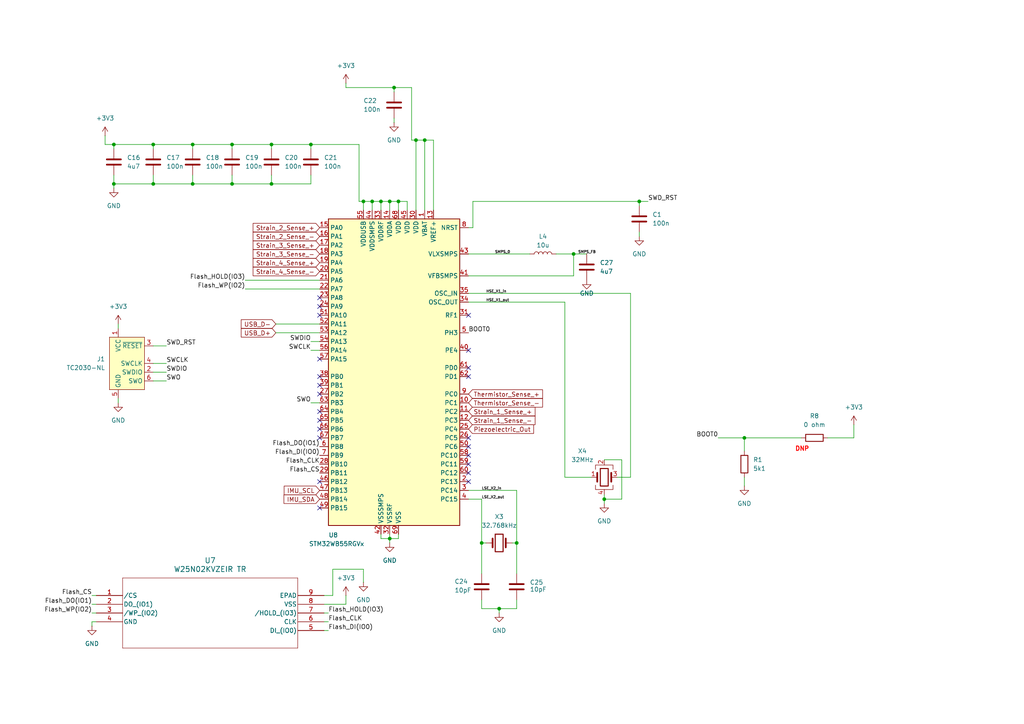
<source format=kicad_sch>
(kicad_sch (version 20231120) (generator "eeschema") (generator_version "8.0")
  (paper "A4")
  (lib_symbols
    (symbol "Connector:Conn_ARM_SWD_TagConnect_TC2030-NL" (in_bom no)
      (property "Reference" "J" (at 2.54 11.43 0))
      (property "Value" "Conn_ARM_SWD_TagConnect_TC2030-NL" (at 2.54 8.89 0))
      (symbol "Conn_ARM_SWD_TagConnect_TC2030-NL_0_0"
        (pin power_in line (at -2.54 10.16 270) (length 2.54) (name "VCC") (number "1"))
        (pin bidirectional line (at 7.62 -2.54 180) (length 2.54) (name "SWDIO") (number "2"))
        (pin open_collector line (at 7.62 5.08 180) (length 2.54) (name "~{RESET}") (number "3"))
        (pin output line (at 7.62 0 180) (length 2.54) (name "SWCLK") (number "4"))
        (pin power_in line (at -2.54 -10.16 90) (length 2.54) (name "GND") (number "5"))
        (pin input line (at 7.62 -5.08 180) (length 2.54) (name "SWO") (number "6"))
      )
      (symbol "Conn_ARM_SWD_TagConnect_TC2030-NL_0_1"
        (rectangle (start -5.08 7.62) (end 5.08 -7.62) (fill (type background)))
      )
    )
    (symbol "Device:C" (pin_numbers hide) (pin_names (offset 0.254))
      (property "Reference" "C" (at 0.635 2.54 0))
      (property "Value" "C" (at 0.635 -2.54 0))
      (symbol "C_0_1"
        (polyline (pts (xy -2.032 -0.762) (xy 2.032 -0.762)) (stroke (width 0.508)))
        (polyline (pts (xy -2.032 0.762) (xy 2.032 0.762)) (stroke (width 0.508)))
      )
      (symbol "C_1_1"
        (pin passive line (at 0 3.81 270) (length 2.794) (name "~") (number "1"))
        (pin passive line (at 0 -3.81 90) (length 2.794) (name "~") (number "2"))
      )
    )
    (symbol "Device:Crystal" (pin_numbers hide) (pin_names (offset 1.016) hide)
      (property "Reference" "Y" (at 0 3.81 0))
      (property "Value" "Crystal" (at 0 -3.81 0))
      (symbol "Crystal_0_1"
        (rectangle (start -1.143 2.54) (end 1.143 -2.54) (stroke (width 0.3048)))
        (polyline (pts (xy -2.54 0) (xy -1.905 0)))
        (polyline (pts (xy -1.905 -1.27) (xy -1.905 1.27)) (stroke (width 0.508)))
        (polyline (pts (xy 1.905 -1.27) (xy 1.905 1.27)) (stroke (width 0.508)))
        (polyline (pts (xy 2.54 0) (xy 1.905 0)))
      )
      (symbol "Crystal_1_1"
        (pin passive line (at -3.81 0 0) (length 1.27) (name "1") (number "1"))
        (pin passive line (at 3.81 0 180) (length 1.27) (name "2") (number "2"))
      )
    )
    (symbol "Device:Crystal_GND24" (pin_names (offset 1.016) hide)
      (property "Reference" "Y" (at 3.175 5.08 0))
      (property "Value" "Crystal_GND24" (at 3.175 3.175 0))
      (symbol "Crystal_GND24_0_1"
        (rectangle (start -1.143 2.54) (end 1.143 -2.54) (stroke (width 0.3048)))
        (polyline (pts (xy -2.54 0) (xy -2.032 0)))
        (polyline (pts (xy -2.032 -1.27) (xy -2.032 1.27)) (stroke (width 0.508)))
        (polyline (pts (xy 0 -3.81) (xy 0 -3.556)))
        (polyline (pts (xy 0 3.556) (xy 0 3.81)))
        (polyline (pts (xy 2.032 -1.27) (xy 2.032 1.27)) (stroke (width 0.508)))
        (polyline (pts (xy 2.032 0) (xy 2.54 0)))
        (polyline (pts (xy -2.54 -2.286) (xy -2.54 -3.556) (xy 2.54 -3.556) (xy 2.54 -2.286)))
        (polyline (pts (xy -2.54 2.286) (xy -2.54 3.556) (xy 2.54 3.556) (xy 2.54 2.286)))
      )
      (symbol "Crystal_GND24_1_1"
        (pin passive line (at -3.81 0 0) (length 1.27) (name "1") (number "1"))
        (pin passive line (at 0 5.08 270) (length 1.27) (name "2") (number "2"))
        (pin passive line (at 3.81 0 180) (length 1.27) (name "3") (number "3"))
        (pin passive line (at 0 -5.08 90) (length 1.27) (name "4") (number "4"))
      )
    )
    (symbol "Device:L" (pin_numbers hide) (pin_names (offset 1.016) hide)
      (property "Reference" "L" (at -1.27 0 90))
      (property "Value" "L" (at 1.905 0 90))
      (symbol "L_0_1"
        (arc (start 0 -2.54) (mid 0.6323 -1.905) (end 0 -1.27))
        (arc (start 0 -1.27) (mid 0.6323 -0.635) (end 0 0))
        (arc (start 0 0) (mid 0.6323 0.635) (end 0 1.27))
        (arc (start 0 1.27) (mid 0.6323 1.905) (end 0 2.54))
      )
      (symbol "L_1_1"
        (pin passive line (at 0 3.81 270) (length 1.27) (name "1") (number "1"))
        (pin passive line (at 0 -3.81 90) (length 1.27) (name "2") (number "2"))
      )
    )
    (symbol "Device:R" (pin_numbers hide) (pin_names (offset 0))
      (property "Reference" "R" (at 2.032 0 90))
      (property "Value" "R" (at 0 0 90))
      (symbol "R_0_1"
        (rectangle (start -1.016 -2.54) (end 1.016 2.54) (stroke (width 0.254)))
      )
      (symbol "R_1_1"
        (pin passive line (at 0 3.81 270) (length 1.27) (name "~") (number "1"))
        (pin passive line (at 0 -3.81 90) (length 1.27) (name "~") (number "2"))
      )
    )
    (symbol "MCU_ST_STM32WB:STM32WB55RGVx"
      (property "Reference" "U8" (at 7.2741 -45.72 0))
      (property "Value" "STM32WB55RGVx" (at 7.2741 -48.26 0))
      (symbol "STM32WB55RGVx_0_1"
        (rectangle (start -17.78 -43.18) (end 20.32 45.72) (stroke (width 0.254)) (fill (type background)))
      )
      (symbol "STM32WB55RGVx_1_1"
        (pin power_in line (at -7.62 48.26 270) (length 2.54) (name "VBAT") (number "1"))
        (pin bidirectional line (at -20.32 -7.62 0) (length 2.54) (name "PC1") (number "10"))
        (pin bidirectional line (at -20.32 -10.16 0) (length 2.54) (name "PC2") (number "11"))
        (pin bidirectional line (at -20.32 -12.7 0) (length 2.54) (name "PC3") (number "12"))
        (pin input line (at -10.16 48.26 270) (length 2.54) (name "VREF+") (number "13"))
        (pin power_in line (at 2.54 48.26 270) (length 2.54) (name "VDDA") (number "14"))
        (pin bidirectional line (at 22.86 43.18 180) (length 2.54) (name "PA0") (number "15"))
        (pin bidirectional line (at 22.86 40.64 180) (length 2.54) (name "PA1") (number "16"))
        (pin bidirectional line (at 22.86 38.1 180) (length 2.54) (name "PA2") (number "17"))
        (pin bidirectional line (at 22.86 35.56 180) (length 2.54) (name "PA3") (number "18"))
        (pin bidirectional line (at 22.86 33.02 180) (length 2.54) (name "PA4") (number "19"))
        (pin bidirectional line (at -20.32 -30.48 0) (length 2.54) (name "PC13") (number "2"))
        (pin bidirectional line (at 22.86 30.48 180) (length 2.54) (name "PA5") (number "20"))
        (pin bidirectional line (at 22.86 27.94 180) (length 2.54) (name "PA6") (number "21"))
        (pin bidirectional line (at 22.86 25.4 180) (length 2.54) (name "PA7") (number "22"))
        (pin bidirectional line (at 22.86 22.86 180) (length 2.54) (name "PA8") (number "23"))
        (pin bidirectional line (at 22.86 20.32 180) (length 2.54) (name "PA9") (number "24"))
        (pin bidirectional line (at -20.32 -15.24 0) (length 2.54) (name "PC4") (number "25"))
        (pin bidirectional line (at -20.32 -17.78 0) (length 2.54) (name "PC5") (number "26"))
        (pin bidirectional line (at 22.86 -5.08 180) (length 2.54) (name "PB2") (number "27"))
        (pin bidirectional line (at 22.86 -25.4 180) (length 2.54) (name "PB10") (number "28"))
        (pin bidirectional line (at 22.86 -27.94 180) (length 2.54) (name "PB11") (number "29"))
        (pin bidirectional line (at -20.32 -33.02 0) (length 2.54) (name "PC14") (number "3"))
        (pin power_in line (at -5.08 48.26 270) (length 2.54) (name "VDD") (number "30"))
        (pin bidirectional line (at -20.32 17.78 0) (length 2.54) (name "RF1") (number "31"))
        (pin power_in line (at 2.54 -45.72 90) (length 2.54) (name "VSSRF") (number "32"))
        (pin power_in line (at 5.08 48.26 270) (length 2.54) (name "VDDRF") (number "33"))
        (pin input line (at -20.32 21.59 0) (length 2.54) (name "OSC_OUT") (number "34"))
        (pin input line (at -20.32 24.13 0) (length 2.54) (name "OSC_IN") (number "35"))
        (pin no_connect line (at -17.78 -43.18 0) (length 2.54) hide (name "AT0") (number "36"))
        (pin no_connect line (at -17.78 -40.64 0) (length 2.54) hide (name "AT1") (number "37"))
        (pin bidirectional line (at 22.86 0 180) (length 2.54) (name "PB0") (number "38"))
        (pin bidirectional line (at 22.86 -2.54 180) (length 2.54) (name "PB1") (number "39"))
        (pin bidirectional line (at -20.32 -35.56 0) (length 2.54) (name "PC15") (number "4"))
        (pin bidirectional line (at -20.32 7.62 0) (length 2.54) (name "PE4") (number "40"))
        (pin input line (at -20.32 29.21 0) (length 2.54) (name "VFBSMPS") (number "41"))
        (pin power_in line (at 5.08 -45.72 90) (length 2.54) (name "VSSSMPS") (number "42"))
        (pin power_in line (at -20.32 35.56 0) (length 2.54) (name "VLXSMPS") (number "43"))
        (pin power_in line (at 7.62 48.26 270) (length 2.54) (name "VDDSMPS") (number "44"))
        (pin power_in line (at -2.54 48.26 270) (length 2.54) (name "VDD") (number "45"))
        (pin bidirectional line (at 22.86 -30.48 180) (length 2.54) (name "PB12") (number "46"))
        (pin bidirectional line (at 22.86 -33.02 180) (length 2.54) (name "PB13") (number "47"))
        (pin bidirectional line (at 22.86 -35.56 180) (length 2.54) (name "PB14") (number "48"))
        (pin bidirectional line (at 22.86 -38.1 180) (length 2.54) (name "PB15") (number "49"))
        (pin bidirectional line (at -20.32 12.7 0) (length 2.54) (name "PH3") (number "5"))
        (pin bidirectional line (at -20.32 -20.32 0) (length 2.54) (name "PC6") (number "50"))
        (pin bidirectional line (at 22.86 17.78 180) (length 2.54) (name "PA10") (number "51"))
        (pin bidirectional line (at 22.86 15.24 180) (length 2.54) (name "PA11") (number "52"))
        (pin bidirectional line (at 22.86 12.7 180) (length 2.54) (name "PA12") (number "53"))
        (pin bidirectional line (at 22.86 10.16 180) (length 2.54) (name "PA13") (number "54"))
        (pin power_in line (at 10.16 48.26 270) (length 2.54) (name "VDDUSB") (number "55"))
        (pin bidirectional line (at 22.86 7.62 180) (length 2.54) (name "PA14") (number "56"))
        (pin bidirectional line (at 22.86 5.08 180) (length 2.54) (name "PA15") (number "57"))
        (pin bidirectional line (at -20.32 -22.86 0) (length 2.54) (name "PC10") (number "58"))
        (pin bidirectional line (at -20.32 -25.4 0) (length 2.54) (name "PC11") (number "59"))
        (pin bidirectional line (at 22.86 -20.32 180) (length 2.54) (name "PB8") (number "6"))
        (pin bidirectional line (at -20.32 -27.94 0) (length 2.54) (name "PC12") (number "60"))
        (pin bidirectional line (at -20.32 2.54 0) (length 2.54) (name "PD0") (number "61"))
        (pin bidirectional line (at -20.32 0 0) (length 2.54) (name "PD1") (number "62"))
        (pin bidirectional line (at 22.86 -7.62 180) (length 2.54) (name "PB3") (number "63"))
        (pin bidirectional line (at 22.86 -10.16 180) (length 2.54) (name "PB4") (number "64"))
        (pin bidirectional line (at 22.86 -12.7 180) (length 2.54) (name "PB5") (number "65"))
        (pin bidirectional line (at 22.86 -15.24 180) (length 2.54) (name "PB6") (number "66"))
        (pin bidirectional line (at 22.86 -17.78 180) (length 2.54) (name "PB7") (number "67"))
        (pin power_in line (at 0 48.26 270) (length 2.54) (name "VDD") (number "68"))
        (pin power_in line (at 0 -45.72 90) (length 2.54) (name "VSS") (number "69"))
        (pin bidirectional line (at 22.86 -22.86 180) (length 2.54) (name "PB9") (number "7"))
        (pin input line (at -20.32 43.18 0) (length 2.54) (name "NRST") (number "8"))
        (pin bidirectional line (at -20.32 -5.08 0) (length 2.54) (name "PC0") (number "9"))
      )
    )
    (symbol "W25N02KVZEIR TR:W25N02KVZEIR" (pin_names (offset 0.254))
      (property "Reference" "U" (at 33.02 10.16 0))
      (property "Value" "W25N02KVZEIR" (at 33.02 7.62 0))
      (symbol "W25N02KVZEIR_0_1"
        (polyline (pts (xy 7.62 -15.24) (xy 58.42 -15.24)) (stroke (width 0.127)))
        (polyline (pts (xy 7.62 5.08) (xy 7.62 -15.24)) (stroke (width 0.127)))
        (polyline (pts (xy 58.42 -15.24) (xy 58.42 5.08)) (stroke (width 0.127)))
        (polyline (pts (xy 58.42 5.08) (xy 7.62 5.08)) (stroke (width 0.127)))
        (pin input line (at 0 0 0) (length 7.62) (name "/CS") (number "1"))
        (pin bidirectional line (at 0 -2.54 0) (length 7.62) (name "DO_(IO1)") (number "2"))
        (pin bidirectional line (at 0 -5.08 0) (length 7.62) (name "/WP_(IO2)") (number "3"))
        (pin power_out line (at 0 -7.62 0) (length 7.62) (name "GND") (number "4"))
        (pin bidirectional line (at 66.04 -10.16 180) (length 7.62) (name "DI_(IO0)") (number "5"))
        (pin input line (at 66.04 -7.62 180) (length 7.62) (name "CLK") (number "6"))
        (pin bidirectional line (at 66.04 -5.08 180) (length 7.62) (name "/HOLD_(IO3)") (number "7"))
        (pin power_in line (at 66.04 -2.54 180) (length 7.62) (name "VSS") (number "8"))
        (pin power_out line (at 66.04 0 180) (length 7.62) (name "EPAD") (number "9"))
      )
    )
    (symbol "power:+3V3" (power) (pin_numbers hide) (pin_names (offset 0) hide)
      (property "Value" "+3V3" (at 0 3.556 0))
      (symbol "+3V3_0_1"
        (polyline (pts (xy -0.762 1.27) (xy 0 2.54)))
        (polyline (pts (xy 0 0) (xy 0 2.54)))
        (polyline (pts (xy 0 2.54) (xy 0.762 1.27)))
      )
      (symbol "+3V3_1_1"
        (pin power_in line (at 0 0 90) (length 0) (name "~") (number "1"))
      )
    )
    (symbol "power:GND" (power) (pin_numbers hide) (pin_names (offset 0) hide)
      (property "Value" "GND" (at 0 -3.81 0))
      (symbol "GND_0_1"
        (polyline (pts (xy 0 0) (xy 0 -1.27) (xy 1.27 -1.27) (xy 0 -2.54) (xy -1.27 -1.27) (xy 0 -1.27)))
      )
      (symbol "GND_1_1"
        (pin power_in line (at 0 0 270) (length 0) (name "~") (number "1"))
      )
    )
  )
  (junction (at 149.86 157.48))
  (junction (at 67.31 41.91))
  (junction (at 175.26 144.78))
  (junction (at 110.49 58.42))
  (junction (at 55.88 53.34))
  (junction (at 115.57 58.42))
  (junction (at 78.74 53.34))
  (junction (at 44.45 53.34))
  (junction (at 44.45 41.91))
  (junction (at 33.02 41.91))
  (junction (at 139.7 157.48))
  (junction (at 113.03 58.42))
  (junction (at 33.02 53.34))
  (junction (at 120.65 40.64))
  (junction (at 78.74 41.91))
  (junction (at 185.42 58.42))
  (junction (at 166.37 73.66))
  (junction (at 107.95 58.42))
  (junction (at 123.19 40.64))
  (junction (at 215.9 127))
  (junction (at 144.78 176.53))
  (junction (at 67.31 53.34))
  (junction (at 113.03 156.21))
  (junction (at 90.17 41.91))
  (junction (at 105.41 58.42))
  (junction (at 55.88 41.91))
  (junction (at 114.3 25.4))
  (no_connect (at 92.71 121.92))
  (no_connect (at 135.89 132.08))
  (no_connect (at 135.89 91.44))
  (no_connect (at 135.89 109.22))
  (no_connect (at 135.89 139.7))
  (no_connect (at 92.71 86.36))
  (no_connect (at 92.71 127))
  (no_connect (at 92.71 88.9))
  (no_connect (at 92.71 91.44))
  (no_connect (at 135.89 134.62))
  (no_connect (at 135.89 129.54))
  (no_connect (at 92.71 124.46))
  (no_connect (at 92.71 139.7))
  (no_connect (at 92.71 119.38))
  (no_connect (at 135.89 101.6))
  (no_connect (at 92.71 111.76))
  (no_connect (at 92.71 109.22))
  (no_connect (at 135.89 137.16))
  (no_connect (at 92.71 147.32))
  (no_connect (at 135.89 106.68))
  (no_connect (at 135.89 127))
  (no_connect (at 92.71 104.14))
  (no_connect (at 92.71 114.3))
  (wire (pts (xy 113.03 58.42) (xy 113.03 60.96)))
  (wire (pts (xy 113.03 156.21) (xy 113.03 157.48)))
  (wire (pts (xy 139.7 176.53) (xy 144.78 176.53)))
  (wire (pts (xy 48.26 100.33) (xy 44.45 100.33)))
  (wire (pts (xy 175.26 146.05) (xy 175.26 144.78)))
  (wire (pts (xy 80.01 93.98) (xy 92.71 93.98)))
  (wire (pts (xy 26.67 180.34) (xy 27.94 180.34)))
  (wire (pts (xy 105.41 58.42) (xy 107.95 58.42)))
  (wire (pts (xy 26.67 175.26) (xy 27.94 175.26)))
  (wire (pts (xy 96.52 172.72) (xy 93.98 172.72)))
  (wire (pts (xy 90.17 50.8) (xy 90.17 53.34)))
  (wire (pts (xy 215.9 127) (xy 232.41 127)))
  (wire (pts (xy 123.19 60.96) (xy 123.19 40.64)))
  (wire (pts (xy 137.16 66.04) (xy 135.89 66.04)))
  (wire (pts (xy 90.17 41.91) (xy 78.74 41.91)))
  (wire (pts (xy 149.86 142.24) (xy 149.86 157.48)))
  (wire (pts (xy 107.95 58.42) (xy 110.49 58.42)))
  (wire (pts (xy 125.73 60.96) (xy 125.73 40.64)))
  (wire (pts (xy 215.9 127) (xy 215.9 130.81)))
  (wire (pts (xy 96.52 165.1) (xy 96.52 172.72)))
  (wire (pts (xy 135.89 85.09) (xy 182.88 85.09)))
  (wire (pts (xy 104.14 41.91) (xy 104.14 58.42)))
  (wire (pts (xy 120.65 40.64) (xy 123.19 40.64)))
  (wire (pts (xy 71.12 83.82) (xy 92.71 83.82)))
  (wire (pts (xy 139.7 173.99) (xy 139.7 176.53)))
  (wire (pts (xy 185.42 58.42) (xy 185.42 59.69)))
  (wire (pts (xy 100.33 175.26) (xy 93.98 175.26)))
  (wire (pts (xy 110.49 58.42) (xy 113.03 58.42)))
  (wire (pts (xy 44.45 53.34) (xy 33.02 53.34)))
  (wire (pts (xy 163.83 138.43) (xy 171.45 138.43)))
  (wire (pts (xy 119.38 40.64) (xy 119.38 25.4)))
  (wire (pts (xy 139.7 166.37) (xy 139.7 157.48)))
  (wire (pts (xy 33.02 41.91) (xy 33.02 43.18)))
  (wire (pts (xy 110.49 154.94) (xy 110.49 156.21)))
  (wire (pts (xy 105.41 58.42) (xy 105.41 60.96)))
  (wire (pts (xy 55.88 53.34) (xy 44.45 53.34)))
  (wire (pts (xy 149.86 157.48) (xy 148.59 157.48)))
  (wire (pts (xy 137.16 58.42) (xy 185.42 58.42)))
  (wire (pts (xy 100.33 172.72) (xy 100.33 175.26)))
  (wire (pts (xy 100.33 25.4) (xy 114.3 25.4)))
  (wire (pts (xy 90.17 41.91) (xy 104.14 41.91)))
  (wire (pts (xy 149.86 176.53) (xy 144.78 176.53)))
  (wire (pts (xy 78.74 41.91) (xy 67.31 41.91)))
  (wire (pts (xy 135.89 142.24) (xy 149.86 142.24)))
  (wire (pts (xy 105.41 165.1) (xy 96.52 165.1)))
  (wire (pts (xy 95.25 180.34) (xy 93.98 180.34)))
  (wire (pts (xy 48.26 105.41) (xy 44.45 105.41)))
  (wire (pts (xy 67.31 41.91) (xy 55.88 41.91)))
  (wire (pts (xy 44.45 50.8) (xy 44.45 53.34)))
  (wire (pts (xy 182.88 85.09) (xy 182.88 138.43)))
  (wire (pts (xy 67.31 53.34) (xy 55.88 53.34)))
  (wire (pts (xy 119.38 25.4) (xy 114.3 25.4)))
  (wire (pts (xy 67.31 50.8) (xy 67.31 53.34)))
  (wire (pts (xy 33.02 53.34) (xy 33.02 50.8)))
  (wire (pts (xy 26.67 177.8) (xy 27.94 177.8)))
  (wire (pts (xy 44.45 41.91) (xy 44.45 43.18)))
  (wire (pts (xy 30.48 41.91) (xy 33.02 41.91)))
  (wire (pts (xy 55.88 50.8) (xy 55.88 53.34)))
  (wire (pts (xy 182.88 138.43) (xy 179.07 138.43)))
  (wire (pts (xy 115.57 156.21) (xy 113.03 156.21)))
  (wire (pts (xy 180.34 133.35) (xy 180.34 144.78)))
  (wire (pts (xy 240.03 127) (xy 247.65 127)))
  (wire (pts (xy 144.78 177.8) (xy 144.78 176.53)))
  (wire (pts (xy 26.67 181.61) (xy 26.67 180.34)))
  (wire (pts (xy 118.11 58.42) (xy 115.57 58.42)))
  (wire (pts (xy 149.86 166.37) (xy 149.86 157.48)))
  (wire (pts (xy 78.74 53.34) (xy 67.31 53.34)))
  (wire (pts (xy 90.17 116.84) (xy 92.71 116.84)))
  (wire (pts (xy 55.88 41.91) (xy 44.45 41.91)))
  (wire (pts (xy 125.73 40.64) (xy 123.19 40.64)))
  (wire (pts (xy 26.67 172.72) (xy 27.94 172.72)))
  (wire (pts (xy 110.49 58.42) (xy 110.49 60.96)))
  (wire (pts (xy 135.89 87.63) (xy 163.83 87.63)))
  (wire (pts (xy 247.65 123.19) (xy 247.65 127)))
  (wire (pts (xy 180.34 144.78) (xy 175.26 144.78)))
  (wire (pts (xy 71.12 81.28) (xy 92.71 81.28)))
  (wire (pts (xy 115.57 60.96) (xy 115.57 58.42)))
  (wire (pts (xy 107.95 58.42) (xy 107.95 60.96)))
  (wire (pts (xy 67.31 41.91) (xy 67.31 43.18)))
  (wire (pts (xy 208.28 127) (xy 215.9 127)))
  (wire (pts (xy 34.29 93.98) (xy 34.29 95.25)))
  (wire (pts (xy 120.65 60.96) (xy 120.65 40.64)))
  (wire (pts (xy 44.45 41.91) (xy 33.02 41.91)))
  (wire (pts (xy 78.74 50.8) (xy 78.74 53.34)))
  (wire (pts (xy 185.42 68.58) (xy 185.42 67.31)))
  (wire (pts (xy 55.88 41.91) (xy 55.88 43.18)))
  (wire (pts (xy 149.86 173.99) (xy 149.86 176.53)))
  (wire (pts (xy 166.37 80.01) (xy 166.37 73.66)))
  (wire (pts (xy 175.26 144.78) (xy 175.26 143.51)))
  (wire (pts (xy 113.03 154.94) (xy 113.03 156.21)))
  (wire (pts (xy 90.17 53.34) (xy 78.74 53.34)))
  (wire (pts (xy 137.16 66.04) (xy 137.16 58.42)))
  (wire (pts (xy 161.29 73.66) (xy 166.37 73.66)))
  (wire (pts (xy 33.02 54.61) (xy 33.02 53.34)))
  (wire (pts (xy 48.26 107.95) (xy 44.45 107.95)))
  (wire (pts (xy 139.7 144.78) (xy 139.7 157.48)))
  (wire (pts (xy 115.57 154.94) (xy 115.57 156.21)))
  (wire (pts (xy 105.41 168.91) (xy 105.41 165.1)))
  (wire (pts (xy 110.49 156.21) (xy 113.03 156.21)))
  (wire (pts (xy 95.25 177.8) (xy 93.98 177.8)))
  (wire (pts (xy 34.29 116.84) (xy 34.29 115.57)))
  (wire (pts (xy 166.37 73.66) (xy 170.18 73.66)))
  (wire (pts (xy 135.89 80.01) (xy 166.37 80.01)))
  (wire (pts (xy 95.25 182.88) (xy 93.98 182.88)))
  (wire (pts (xy 80.01 96.52) (xy 92.71 96.52)))
  (wire (pts (xy 175.26 133.35) (xy 180.34 133.35)))
  (wire (pts (xy 114.3 25.4) (xy 114.3 26.67)))
  (wire (pts (xy 163.83 87.63) (xy 163.83 138.43)))
  (wire (pts (xy 90.17 101.6) (xy 92.71 101.6)))
  (wire (pts (xy 140.97 157.48) (xy 139.7 157.48)))
  (wire (pts (xy 135.89 73.66) (xy 153.67 73.66)))
  (wire (pts (xy 30.48 39.37) (xy 30.48 41.91)))
  (wire (pts (xy 114.3 35.56) (xy 114.3 34.29)))
  (wire (pts (xy 120.65 40.64) (xy 119.38 40.64)))
  (wire (pts (xy 90.17 99.06) (xy 92.71 99.06)))
  (wire (pts (xy 48.26 110.49) (xy 44.45 110.49)))
  (wire (pts (xy 135.89 144.78) (xy 139.7 144.78)))
  (wire (pts (xy 118.11 60.96) (xy 118.11 58.42)))
  (wire (pts (xy 90.17 43.18) (xy 90.17 41.91)))
  (wire (pts (xy 215.9 140.97) (xy 215.9 138.43)))
  (wire (pts (xy 113.03 58.42) (xy 115.57 58.42)))
  (wire (pts (xy 185.42 58.42) (xy 187.96 58.42)))
  (wire (pts (xy 105.41 58.42) (xy 104.14 58.42)))
  (wire (pts (xy 100.33 24.13) (xy 100.33 25.4)))
  (wire (pts (xy 78.74 41.91) (xy 78.74 43.18)))
  (text "DNP" (at 232.664 130.302 0) (effects (font (size 1.27 1.27) (thickness 0.254) (bold yes))))
  (label "Flash_DO(IO1)" (at 92.71 129.54 180))
  (label "BOOT0" (at 208.28 127 180))
  (label "BOOT0" (at 135.89 96.52 0))
  (label "HSE_X1_out" (at 140.97 87.63 0) (effects (font (size 0.75 0.75))))
  (label "SWDIO" (at 90.17 99.06 180))
  (label "Flash_CLK" (at 92.71 134.62 180))
  (label "SWD_RST" (at 187.96 58.42 0))
  (label "Flash_DO(IO1)" (at 26.67 175.26 180))
  (label "Flash_CS" (at 92.71 137.16 180))
  (label "SWDIO" (at 48.26 107.95 0))
  (label "SMPS_0" (at 143.51 73.66 0) (effects (font (size 0.75 0.75))))
  (label "Flash_HOLD(IO3)" (at 71.12 81.28 180))
  (label "Flash_WP(IO2)" (at 71.12 83.82 180))
  (label "Flash_HOLD(IO3)" (at 95.25 177.8 0))
  (label "SWD_RST" (at 48.26 100.33 0))
  (label "SWCLK" (at 90.17 101.6 180))
  (label "Flash_CS" (at 26.67 172.72 180))
  (label "LSE_X2_out" (at 139.7 144.78 0) (effects (font (size 0.75 0.75))))
  (label "SWO" (at 90.17 116.84 180))
  (label "HSE_X1_in" (at 140.97 85.09 0) (effects (font (size 0.75 0.75))))
  (label "Flash_DI(IO0)" (at 95.25 182.88 0))
  (label "SMPS_FB" (at 167.64 73.66 0) (effects (font (size 0.75 0.75))))
  (label "SWCLK" (at 48.26 105.41 0))
  (label "Flash_CLK" (at 95.25 180.34 0))
  (label "Flash_DI(IO0)" (at 92.71 132.08 180))
  (label "LSE_X2_in" (at 139.7 142.24 0) (effects (font (size 0.75 0.75))))
  (label "Flash_WP(IO2)" (at 26.67 177.8 180))
  (label "SWO" (at 48.26 110.49 0))
  (global_label "Strain_1_Sense_+" (shape input) (at 135.89 119.38 0) (property "Intersheetrefs" "${INTERSHEET_REFS}" (effects (hide yes))))
  (global_label "Strain_3_Sense_+" (shape input) (at 92.71 71.12 180) (property "Intersheetrefs" "${INTERSHEET_REFS}" (effects (hide yes))))
  (global_label "Piezoelectric_Out" (shape input) (at 135.89 124.46 0) (property "Intersheetrefs" "${INTERSHEET_REFS}" (effects (hide yes))))
  (global_label "IMU_SDA" (shape input) (at 92.71 144.78 180) (property "Intersheetrefs" "${INTERSHEET_REFS}" (effects (hide yes))))
  (global_label "Thermistor_Sense_-" (shape input) (at 135.89 116.84 0) (property "Intersheetrefs" "${INTERSHEET_REFS}" (effects (hide yes))))
  (global_label "USB_D+" (shape input) (at 80.01 96.52 180) (property "Intersheetrefs" "${INTERSHEET_REFS}" (effects (hide yes))))
  (global_label "Strain_4_Sense_-" (shape input) (at 92.71 78.74 180) (property "Intersheetrefs" "${INTERSHEET_REFS}" (effects (hide yes))))
  (global_label "USB_D-" (shape input) (at 80.01 93.98 180) (property "Intersheetrefs" "${INTERSHEET_REFS}" (effects (hide yes))))
  (global_label "IMU_SCL" (shape input) (at 92.71 142.24 180) (property "Intersheetrefs" "${INTERSHEET_REFS}" (effects (hide yes))))
  (global_label "Strain_3_Sense_-" (shape input) (at 92.71 73.66 180) (property "Intersheetrefs" "${INTERSHEET_REFS}" (effects (hide yes))))
  (global_label "Strain_2_Sense_+" (shape input) (at 92.71 66.04 180) (property "Intersheetrefs" "${INTERSHEET_REFS}" (effects (hide yes))))
  (global_label "Strain_1_Sense_-" (shape input) (at 135.89 121.92 0) (property "Intersheetrefs" "${INTERSHEET_REFS}" (effects (hide yes))))
  (global_label "Thermistor_Sense_+" (shape input) (at 135.89 114.3 0) (property "Intersheetrefs" "${INTERSHEET_REFS}" (effects (hide yes))))
  (global_label "Strain_4_Sense_+" (shape input) (at 92.71 76.2 180) (property "Intersheetrefs" "${INTERSHEET_REFS}" (effects (hide yes))))
  (global_label "Strain_2_Sense_-" (shape input) (at 92.71 68.58 180) (property "Intersheetrefs" "${INTERSHEET_REFS}" (effects (hide yes))))
  (symbol (lib_id "power:GND") (at 26.67 181.61 0) (unit 1)
    (property "Reference" "#PWR045" (effects (hide yes)))
    (property "Value" "GND" (at 26.67 186.69 0))
    (property "Description" "Power symbol creates a global label with name \"GND\" , ground" (effects (hide yes)))
  )
  (symbol (lib_id "power:GND") (at 114.3 35.56 0) (unit 1)
    (property "Reference" "#PWR016" (effects (hide yes)))
    (property "Value" "GND" (at 114.3 40.64 0))
    (property "Description" "Power symbol creates a global label with name \"GND\" , ground" (effects (hide yes)))
  )
  (symbol (lib_id "Device:C") (at 33.02 46.99 0) (unit 1)
    (property "Reference" "C16" (at 36.83 45.72 0) (effects (justify left)))
    (property "Value" "4u7" (at 36.83 48.26 0) (effects (justify left)))
    (property "Footprint" "Capacitor_SMD:C_0402_1005Metric_Pad0.74x0.62mm_HandSolder" (effects (hide yes)))
    (property "Description" "Unpolarized capacitor" (effects (hide yes)))
  )
  (symbol (lib_id "Device:C") (at 149.86 170.18 0) (unit 1)
    (property "Reference" "C25" (at 153.67 168.91 0) (effects (justify left)))
    (property "Value" "10pF" (at 153.67 170.942 0) (effects (justify left)))
    (property "Footprint" "Capacitor_SMD:C_0402_1005Metric_Pad0.74x0.62mm_HandSolder" (effects (hide yes)))
    (property "Description" "Unpolarized capacitor" (effects (hide yes)))
  )
  (symbol (lib_id "Device:C") (at 90.17 46.99 0) (unit 1)
    (property "Reference" "C21" (at 93.98 45.72 0) (effects (justify left)))
    (property "Value" "100n" (at 93.98 48.26 0) (effects (justify left)))
    (property "Footprint" "Capacitor_SMD:C_0402_1005Metric_Pad0.74x0.62mm_HandSolder" (effects (hide yes)))
    (property "Description" "Unpolarized capacitor" (effects (hide yes)))
  )
  (symbol (lib_id "Device:R") (at 236.22 127 90) (unit 1)
    (property "Reference" "R8" (at 236.22 120.65 90))
    (property "Value" "0 ohm" (at 236.22 123.19 90))
    (property "Footprint" "Resistor_SMD:R_0402_1005Metric_Pad0.72x0.64mm_HandSolder" (effects (hide yes)))
    (property "Description" "Resistor" (effects (hide yes)))
  )
  (symbol (lib_id "Device:C") (at 185.42 63.5 0) (unit 1)
    (property "Reference" "C1" (at 189.23 62.23 0) (effects (justify left)))
    (property "Value" "100n" (at 189.23 64.77 0) (effects (justify left)))
    (property "Footprint" "Capacitor_SMD:C_0402_1005Metric_Pad0.74x0.62mm_HandSolder" (effects (hide yes)))
    (property "Description" "Unpolarized capacitor" (effects (hide yes)))
  )
  (symbol (lib_id "power:+3V3") (at 30.48 39.37 0) (unit 1)
    (property "Reference" "#PWR012" (effects (hide yes)))
    (property "Value" "+3V3" (at 30.48 34.29 0))
    (property "Description" "Power symbol creates a global label with name \"+3V3\"" (effects (hide yes)))
  )
  (symbol (lib_id "power:GND") (at 170.18 81.28 0) (unit 1)
    (property "Reference" "#PWR020" (effects (hide yes)))
    (property "Value" "GND" (at 170.18 85.09 0))
    (property "Description" "Power symbol creates a global label with name \"GND\" , ground" (effects (hide yes)))
  )
  (symbol (lib_id "Device:R") (at 215.9 134.62 0) (unit 1)
    (property "Reference" "R1" (at 218.44 133.3499 0) (effects (justify left)))
    (property "Value" "5k1" (at 218.44 135.8899 0) (effects (justify left)))
    (property "Footprint" "Resistor_SMD:R_0402_1005Metric_Pad0.72x0.64mm_HandSolder" (effects (hide yes)))
    (property "Description" "Resistor" (effects (hide yes)))
  )
  (symbol (lib_id "power:+3V3") (at 34.29 93.98 0) (unit 1)
    (property "Reference" "#PWR01" (effects (hide yes)))
    (property "Value" "+3V3" (at 34.29 88.9 0))
    (property "Description" "Power symbol creates a global label with name \"+3V3\"" (effects (hide yes)))
  )
  (symbol (lib_id "Device:Crystal_GND24") (at 175.26 138.43 0) (unit 1)
    (property "Reference" "X4" (at 168.91 130.81 0))
    (property "Value" "32MHz" (at 168.91 133.35 0))
    (property "Footprint" "Custom_Parts:32MHz Crystal" (effects (hide yes)))
    (property "Description" "Four pin crystal, GND on pins 2 and 4" (effects (hide yes)))
  )
  (symbol (lib_id "power:+3V3") (at 100.33 24.13 0) (unit 1)
    (property "Reference" "#PWR014" (effects (hide yes)))
    (property "Value" "+3V3" (at 100.33 19.05 0))
    (property "Description" "Power symbol creates a global label with name \"+3V3\"" (effects (hide yes)))
  )
  (symbol (lib_id "power:+3V3") (at 100.33 172.72 0) (unit 1)
    (property "Reference" "#PWR046" (effects (hide yes)))
    (property "Value" "+3V3" (at 100.33 167.64 0))
    (property "Description" "Power symbol creates a global label with name \"+3V3\"" (effects (hide yes)))
  )
  (symbol (lib_id "Device:L") (at 157.48 73.66 90) (unit 1)
    (property "Reference" "L4" (at 157.48 68.58 90))
    (property "Value" "10u" (at 157.48 71.12 90))
    (property "Footprint" "Inductor_SMD:L_0805_2012Metric_Pad1.15x1.40mm_HandSolder" (effects (hide yes)))
    (property "Description" "Inductor" (effects (hide yes)))
  )
  (symbol (lib_id "MCU_ST_STM32WB:STM32WB55RGVx") (at 115.57 109.22 0) (mirror y) (unit 1)
    (property "Reference" "U8" (at 98.044 155.194 0) (effects (justify left)))
    (property "Value" "STM32WB55RGVx" (at 105.664 157.734 0) (effects (justify left)))
    (property "Footprint" "Package_DFN_QFN:QFN-68-1EP_8x8mm_P0.4mm_EP6.4x6.4mm" (effects (hide yes)))
    (property "Datasheet" "https://www.st.com/resource/en/datasheet/stm32wb55rg.pdf" (effects (hide yes)))
    (property "Description" "STMicroelectronics Arm Cortex-M4 MCU, 1024KB flash, 256KB RAM, 64 MHz, 1.71-3.6V, 49 GPIO, VFQFPN68" (effects (hide yes)))
  )
  (symbol (lib_id "Device:C") (at 55.88 46.99 0) (unit 1)
    (property "Reference" "C18" (at 59.69 45.72 0) (effects (justify left)))
    (property "Value" "100n" (at 59.69 48.26 0) (effects (justify left)))
    (property "Footprint" "Capacitor_SMD:C_0402_1005Metric_Pad0.74x0.62mm_HandSolder" (effects (hide yes)))
    (property "Description" "Unpolarized capacitor" (effects (hide yes)))
  )
  (symbol (lib_id "Device:C") (at 139.7 170.18 0) (unit 1)
    (property "Reference" "C24" (at 131.826 168.656 0) (effects (justify left)))
    (property "Value" "10pF" (at 131.826 171.196 0) (effects (justify left)))
    (property "Footprint" "Capacitor_SMD:C_0402_1005Metric_Pad0.74x0.62mm_HandSolder" (effects (hide yes)))
    (property "Description" "Unpolarized capacitor" (effects (hide yes)))
  )
  (symbol (lib_id "power:GND") (at 215.9 140.97 0) (unit 1)
    (property "Reference" "#PWR04" (effects (hide yes)))
    (property "Value" "GND" (at 215.9 146.05 0))
    (property "Description" "Power symbol creates a global label with name \"GND\" , ground" (effects (hide yes)))
  )
  (symbol (lib_id "Device:C") (at 44.45 46.99 0) (unit 1)
    (property "Reference" "C17" (at 48.26 45.72 0) (effects (justify left)))
    (property "Value" "100n" (at 48.26 48.26 0) (effects (justify left)))
    (property "Footprint" "Capacitor_SMD:C_0402_1005Metric_Pad0.74x0.62mm_HandSolder" (effects (hide yes)))
    (property "Description" "Unpolarized capacitor" (effects (hide yes)))
  )
  (symbol (lib_id "power:GND") (at 34.29 116.84 0) (unit 1)
    (property "Reference" "#PWR02" (effects (hide yes)))
    (property "Value" "GND" (at 34.29 121.92 0))
    (property "Description" "Power symbol creates a global label with name \"GND\" , ground" (effects (hide yes)))
  )
  (symbol (lib_id "Device:C") (at 67.31 46.99 0) (unit 1)
    (property "Reference" "C19" (at 71.12 45.72 0) (effects (justify left)))
    (property "Value" "100n" (at 71.12 48.26 0) (effects (justify left)))
    (property "Footprint" "Capacitor_SMD:C_0402_1005Metric_Pad0.74x0.62mm_HandSolder" (effects (hide yes)))
    (property "Description" "Unpolarized capacitor" (effects (hide yes)))
  )
  (symbol (lib_id "Connector:Conn_ARM_SWD_TagConnect_TC2030-NL") (at 36.83 105.41 0) (unit 1) (in_bom no)
    (property "Reference" "J1" (at 30.48 104.1399 0) (effects (justify right)))
    (property "Value" "TC2030-NL" (at 30.48 106.6799 0) (effects (justify right)))
    (property "Footprint" "Connector:Tag-Connect_TC2030-IDC-NL_2x03_P1.27mm_Vertical" (effects (hide yes)))
    (property "Datasheet" "https://www.tag-connect.com/wp-content/uploads/bsk-pdf-manager/TC2030-CTX_1.pdf" (effects (hide yes)))
    (property "Description" "Tag-Connect ARM Cortex SWD JTAG connector, 6 pin, no legs" (effects (hide yes)))
  )
  (symbol (lib_id "Device:C") (at 114.3 30.48 0) (unit 1)
    (property "Reference" "C22" (at 105.41 29.21 0) (effects (justify left)))
    (property "Value" "100n" (at 105.41 31.75 0) (effects (justify left)))
    (property "Footprint" "Capacitor_SMD:C_0402_1005Metric_Pad0.74x0.62mm_HandSolder" (effects (hide yes)))
    (property "Description" "Unpolarized capacitor" (effects (hide yes)))
  )
  (symbol (lib_id "power:GND") (at 33.02 54.61 0) (unit 1)
    (property "Reference" "#PWR013" (effects (hide yes)))
    (property "Value" "GND" (at 33.02 59.69 0))
    (property "Description" "Power symbol creates a global label with name \"GND\" , ground" (effects (hide yes)))
  )
  (symbol (lib_id "power:+3V3") (at 247.65 123.19 0) (unit 1)
    (property "Reference" "#PWR05" (effects (hide yes)))
    (property "Value" "+3V3" (at 247.65 118.11 0))
    (property "Description" "Power symbol creates a global label with name \"+3V3\"" (effects (hide yes)))
  )
  (symbol (lib_id "W25N02KVZEIR TR:W25N02KVZEIR") (at 27.94 172.72 0) (unit 1)
    (property "Reference" "U7" (at 60.96 162.56 0) (effects (font (size 1.524 1.524))))
    (property "Value" "W25N02KVZEIR TR" (at 60.96 165.1 0) (effects (font (size 1.524 1.524))))
    (property "Footprint" "W25N02KVZEIR TR:SON_WSON8_ZE_WIN" (effects (hide yes)))
    (property "Datasheet" "W25N02KVZEIR" (effects (hide yes)))
  )
  (symbol (lib_id "power:GND") (at 185.42 68.58 0) (unit 1)
    (property "Reference" "#PWR03" (effects (hide yes)))
    (property "Value" "GND" (at 185.42 73.66 0))
    (property "Description" "Power symbol creates a global label with name \"GND\" , ground" (effects (hide yes)))
  )
  (symbol (lib_id "power:GND") (at 105.41 168.91 0) (unit 1)
    (property "Reference" "#PWR047" (effects (hide yes)))
    (property "Value" "GND" (at 105.41 173.99 0))
    (property "Description" "Power symbol creates a global label with name \"GND\" , ground" (effects (hide yes)))
  )
  (symbol (lib_id "power:GND") (at 113.03 157.48 0) (unit 1)
    (property "Reference" "#PWR015" (effects (hide yes)))
    (property "Value" "GND" (at 113.03 162.56 0))
    (property "Description" "Power symbol creates a global label with name \"GND\" , ground" (effects (hide yes)))
  )
  (symbol (lib_id "Device:C") (at 170.18 77.47 0) (unit 1)
    (property "Reference" "C27" (at 173.99 76.2 0) (effects (justify left)))
    (property "Value" "4u7" (at 173.99 78.74 0) (effects (justify left)))
    (property "Footprint" "Capacitor_SMD:C_0402_1005Metric_Pad0.74x0.62mm_HandSolder" (effects (hide yes)))
    (property "Description" "Unpolarized capacitor" (effects (hide yes)))
  )
  (symbol (lib_id "power:GND") (at 175.26 146.05 0) (unit 1)
    (property "Reference" "#PWR021" (effects (hide yes)))
    (property "Value" "GND" (at 175.26 151.13 0))
    (property "Description" "Power symbol creates a global label with name \"GND\" , ground" (effects (hide yes)))
  )
  (symbol (lib_id "power:GND") (at 144.78 177.8 0) (unit 1)
    (property "Reference" "#PWR018" (effects (hide yes)))
    (property "Value" "GND" (at 144.78 182.88 0))
    (property "Description" "Power symbol creates a global label with name \"GND\" , ground" (effects (hide yes)))
  )
  (symbol (lib_id "Device:C") (at 78.74 46.99 0) (unit 1)
    (property "Reference" "C20" (at 82.55 45.72 0) (effects (justify left)))
    (property "Value" "100n" (at 82.55 48.26 0) (effects (justify left)))
    (property "Footprint" "Capacitor_SMD:C_0402_1005Metric_Pad0.74x0.62mm_HandSolder" (effects (hide yes)))
    (property "Description" "Unpolarized capacitor" (effects (hide yes)))
  )
  (symbol (lib_id "Device:Crystal") (at 144.78 157.48 180) (unit 1)
    (property "Reference" "X3" (at 144.78 149.86 0))
    (property "Value" "32.768kHz" (at 144.78 152.4 0))
    (property "Footprint" "Custom_Parts:32.768kHz Crystal" (effects (hide yes)))
    (property "Description" "Two pin crystal" (effects (hide yes)))
  )
)
</source>
